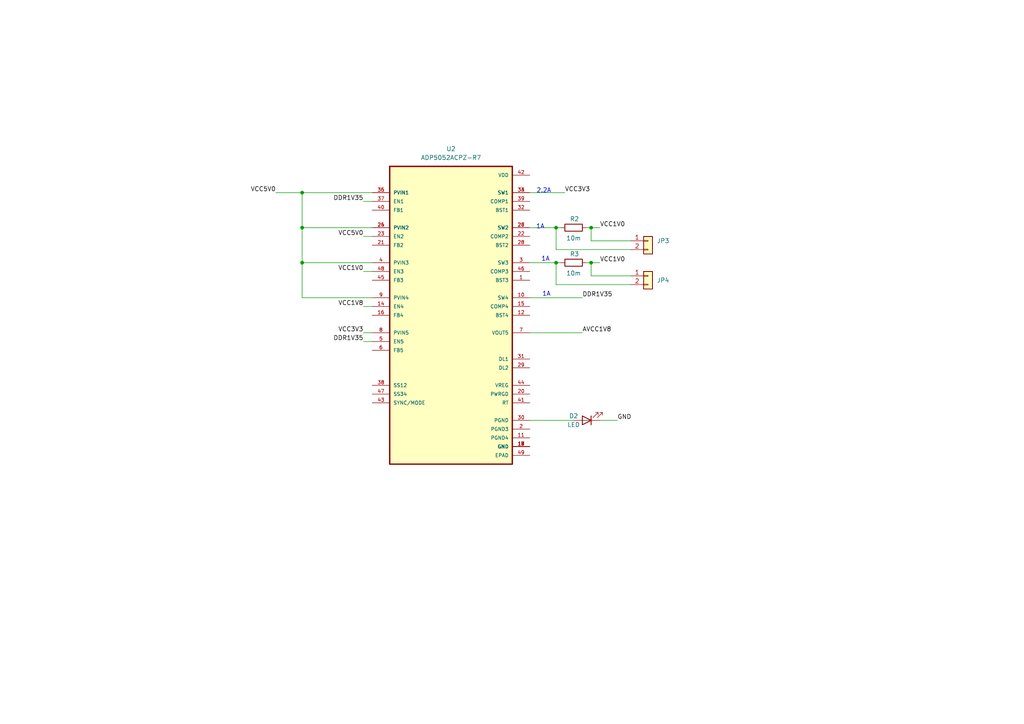
<source format=kicad_sch>
(kicad_sch (version 20231120) (generator "eeschema") (generator_version "8.0")
  (paper "A4")
  (title_block (title "ZYMA_ADC_FPGA") (date "2024-06-28") (rev "V01") (company "SHAKRA INNOVATIONS PVT LIMITED"))
  (lib_symbols
    (symbol "Connector_Generic:Conn_01x02" (pin_names (offset 1.016) hide)
      (property "Reference" "J" (at 0 2.54 0))
      (property "Value" "Conn_01x02" (at 0 -5.08 0))
      (symbol "Conn_01x02_1_1"
        (rectangle (start -1.27 -2.413) (end 0 -2.667) (stroke (width 0.1524)))
        (rectangle (start -1.27 0.127) (end 0 -0.127) (stroke (width 0.1524)))
        (rectangle (start -1.27 1.27) (end 1.27 -3.81) (stroke (width 0.254)) (fill (type background)))
        (pin passive line (at -5.08 0 0) (length 3.81) (name "Pin_1") (number "1"))
        (pin passive line (at -5.08 -2.54 0) (length 3.81) (name "Pin_2") (number "2"))
      )
    )
    (symbol "Device:LED" (pin_numbers hide) (pin_names (offset 1.016) hide)
      (property "Reference" "D" (at 0 2.54 0))
      (property "Value" "LED" (at 0 -2.54 0))
      (symbol "LED_0_1"
        (polyline (pts (xy -1.27 -1.27) (xy -1.27 1.27)) (stroke (width 0.254)))
        (polyline (pts (xy -1.27 0) (xy 1.27 0)))
        (polyline (pts (xy 1.27 -1.27) (xy 1.27 1.27) (xy -1.27 0) (xy 1.27 -1.27)) (stroke (width 0.254)))
        (polyline (pts (xy -3.048 -0.762) (xy -4.572 -2.286) (xy -3.81 -2.286) (xy -4.572 -2.286) (xy -4.572 -1.524)))
        (polyline (pts (xy -1.778 -0.762) (xy -3.302 -2.286) (xy -2.54 -2.286) (xy -3.302 -2.286) (xy -3.302 -1.524)))
      )
      (symbol "LED_1_1"
        (pin passive line (at -3.81 0 0) (length 2.54) (name "K") (number "1"))
        (pin passive line (at 3.81 0 180) (length 2.54) (name "A") (number "2"))
      )
    )
    (symbol "Device:R" (pin_numbers hide) (pin_names (offset 0))
      (property "Reference" "R" (at 2.032 0 90))
      (property "Value" "R" (at 0 0 90))
      (symbol "R_0_1"
        (rectangle (start -1.016 -2.54) (end 1.016 2.54) (stroke (width 0.254)))
      )
      (symbol "R_1_1"
        (pin passive line (at 0 3.81 270) (length 1.27) (name "~") (number "1"))
        (pin passive line (at 0 -3.81 90) (length 1.27) (name "~") (number "2"))
      )
    )
    (symbol "pmic:ADP5052ACPZ-R7" (pin_names (offset 1.016))
      (property "Reference" "U" (at -17.8133 44.2604 0))
      (property "Value" "ADP5052ACPZ-R7" (at -17.8234 -46.2758 0))
      (symbol "ADP5052ACPZ-R7_0_0"
        (rectangle (start -17.78 -43.18) (end 17.78 43.18) (stroke (width 0.41)) (fill (type background)))
        (pin passive line (at 22.86 10.16 180) (length 5.08) (name "BST3") (number "1"))
        (pin output line (at 22.86 5.08 180) (length 5.08) (name "SW4") (number "10"))
        (pin power_in line (at 22.86 -35.56 180) (length 5.08) (name "PGND4") (number "11"))
        (pin passive line (at 22.86 0 180) (length 5.08) (name "BST4") (number "12"))
        (pin power_in line (at 22.86 -38.1 180) (length 5.08) (name "GND") (number "13"))
        (pin input line (at -22.86 2.54 0) (length 5.08) (name "EN4") (number "14"))
        (pin output line (at 22.86 2.54 180) (length 5.08) (name "COMP4") (number "15"))
        (pin input line (at -22.86 0 0) (length 5.08) (name "FB4") (number "16"))
        (pin power_in line (at 22.86 -38.1 180) (length 5.08) (name "GND") (number "17"))
        (pin power_in line (at 22.86 -38.1 180) (length 5.08) (name "GND") (number "18"))
        (pin power_in line (at 22.86 -38.1 180) (length 5.08) (name "GND") (number "19"))
        (pin power_in line (at 22.86 -33.02 180) (length 5.08) (name "PGND3") (number "2"))
        (pin output line (at 22.86 -22.86 180) (length 5.08) (name "PWRGD") (number "20"))
        (pin input line (at -22.86 20.32 0) (length 5.08) (name "FB2") (number "21"))
        (pin output line (at 22.86 22.86 180) (length 5.08) (name "COMP2") (number "22"))
        (pin input line (at -22.86 22.86 0) (length 5.08) (name "EN2") (number "23"))
        (pin input line (at -22.86 25.4 0) (length 5.08) (name "PVIN2") (number "24"))
        (pin input line (at -22.86 25.4 0) (length 5.08) (name "PVIN2") (number "25"))
        (pin output line (at 22.86 25.4 180) (length 5.08) (name "SW2") (number "26"))
        (pin output line (at 22.86 25.4 180) (length 5.08) (name "SW2") (number "27"))
        (pin passive line (at 22.86 20.32 180) (length 5.08) (name "BST2") (number "28"))
        (pin passive line (at 22.86 -15.24 180) (length 5.08) (name "DL2") (number "29"))
        (pin output line (at 22.86 15.24 180) (length 5.08) (name "SW3") (number "3"))
        (pin power_in line (at 22.86 -30.48 180) (length 5.08) (name "PGND") (number "30"))
        (pin passive line (at 22.86 -12.7 180) (length 5.08) (name "DL1") (number "31"))
        (pin passive line (at 22.86 30.48 180) (length 5.08) (name "BST1") (number "32"))
        (pin output line (at 22.86 35.56 180) (length 5.08) (name "SW1") (number "33"))
        (pin output line (at 22.86 35.56 180) (length 5.08) (name "SW1") (number "34"))
        (pin input line (at -22.86 35.56 0) (length 5.08) (name "PVIN1") (number "35"))
        (pin input line (at -22.86 35.56 0) (length 5.08) (name "PVIN1") (number "36"))
        (pin input line (at -22.86 33.02 0) (length 5.08) (name "EN1") (number "37"))
        (pin bidirectional line (at -22.86 -20.32 0) (length 5.08) (name "SS12") (number "38"))
        (pin output line (at 22.86 33.02 180) (length 5.08) (name "COMP1") (number "39"))
        (pin input line (at -22.86 15.24 0) (length 5.08) (name "PVIN3") (number "4"))
        (pin input line (at -22.86 30.48 0) (length 5.08) (name "FB1") (number "40"))
        (pin passive line (at 22.86 -25.4 180) (length 5.08) (name "RT") (number "41"))
        (pin power_in line (at 22.86 40.64 180) (length 5.08) (name "VDD") (number "42"))
        (pin bidirectional line (at -22.86 -25.4 0) (length 5.08) (name "SYNC/MODE") (number "43"))
        (pin output line (at 22.86 -20.32 180) (length 5.08) (name "VREG") (number "44"))
        (pin input line (at -22.86 10.16 0) (length 5.08) (name "FB3") (number "45"))
        (pin output line (at 22.86 12.7 180) (length 5.08) (name "COMP3") (number "46"))
        (pin bidirectional line (at -22.86 -22.86 0) (length 5.08) (name "SS34") (number "47"))
        (pin input line (at -22.86 12.7 0) (length 5.08) (name "EN3") (number "48"))
        (pin power_in line (at 22.86 -40.64 180) (length 5.08) (name "EPAD") (number "49"))
        (pin input line (at -22.86 -7.62 0) (length 5.08) (name "EN5") (number "5"))
        (pin input line (at -22.86 -10.16 0) (length 5.08) (name "FB5") (number "6"))
        (pin output line (at 22.86 -5.08 180) (length 5.08) (name "VOUT5") (number "7"))
        (pin input line (at -22.86 -5.08 0) (length 5.08) (name "PVIN5") (number "8"))
        (pin input line (at -22.86 5.08 0) (length 5.08) (name "PVIN4") (number "9"))
      )
    )
  )
  (junction (at 171.45 66.04))
  (junction (at 161.29 76.2))
  (junction (at 87.63 76.2))
  (junction (at 161.29 66.04))
  (junction (at 171.45 76.2))
  (junction (at 87.63 55.88))
  (junction (at 87.63 66.04))
  (wire (pts (xy 171.45 66.04) (xy 173.99 66.04)))
  (wire (pts (xy 87.63 55.88) (xy 107.95 55.88)))
  (wire (pts (xy 107.95 86.36) (xy 87.63 86.36)))
  (wire (pts (xy 153.67 76.2) (xy 161.29 76.2)))
  (wire (pts (xy 105.41 96.52) (xy 107.95 96.52)))
  (wire (pts (xy 166.37 121.92) (xy 153.67 121.92)))
  (wire (pts (xy 171.45 76.2) (xy 173.99 76.2)))
  (wire (pts (xy 171.45 80.01) (xy 171.45 76.2)))
  (wire (pts (xy 105.41 78.74) (xy 107.95 78.74)))
  (wire (pts (xy 105.41 88.9) (xy 107.95 88.9)))
  (wire (pts (xy 171.45 69.85) (xy 171.45 66.04)))
  (wire (pts (xy 105.41 58.42) (xy 107.95 58.42)))
  (wire (pts (xy 182.88 80.01) (xy 171.45 80.01)))
  (wire (pts (xy 161.29 66.04) (xy 162.56 66.04)))
  (wire (pts (xy 168.91 86.36) (xy 153.67 86.36)))
  (wire (pts (xy 161.29 72.39) (xy 161.29 66.04)))
  (wire (pts (xy 105.41 99.06) (xy 107.95 99.06)))
  (wire (pts (xy 168.91 96.52) (xy 153.67 96.52)))
  (wire (pts (xy 161.29 82.55) (xy 161.29 76.2)))
  (wire (pts (xy 179.07 121.92) (xy 173.99 121.92)))
  (wire (pts (xy 107.95 66.04) (xy 87.63 66.04)))
  (wire (pts (xy 153.67 66.04) (xy 161.29 66.04)))
  (wire (pts (xy 87.63 76.2) (xy 87.63 86.36)))
  (wire (pts (xy 105.41 68.58) (xy 107.95 68.58)))
  (wire (pts (xy 80.01 55.88) (xy 87.63 55.88)))
  (wire (pts (xy 170.18 76.2) (xy 171.45 76.2)))
  (wire (pts (xy 107.95 76.2) (xy 87.63 76.2)))
  (wire (pts (xy 170.18 66.04) (xy 171.45 66.04)))
  (wire (pts (xy 182.88 72.39) (xy 161.29 72.39)))
  (wire (pts (xy 161.29 76.2) (xy 162.56 76.2)))
  (wire (pts (xy 182.88 69.85) (xy 171.45 69.85)))
  (wire (pts (xy 182.88 82.55) (xy 161.29 82.55)))
  (wire (pts (xy 163.83 55.88) (xy 153.67 55.88)))
  (wire (pts (xy 87.63 55.88) (xy 87.63 66.04)))
  (wire (pts (xy 87.63 66.04) (xy 87.63 76.2)))
  (text "1A" (at 158.242 75.184 0) (effects (font (size 1.27 1.27))))
  (text "2.2A" (at 157.734 55.372 0) (effects (font (size 1.27 1.27))))
  (text "1A" (at 156.718 65.786 0) (effects (font (size 1.27 1.27))))
  (text "1A" (at 158.496 85.344 0) (effects (font (size 1.27 1.27))))
  (label "VCC3V3" (at 163.83 55.88 0))
  (label "VCC1V8" (at 105.41 88.9 180))
  (label "VCC3V3" (at 105.41 96.52 180))
  (label "VCC5V0" (at 80.01 55.88 180))
  (label "DDR1V35" (at 168.91 86.36 0))
  (label "GND" (at 179.07 121.92 0))
  (label "VCC1V0" (at 105.41 78.74 180))
  (label "AVCC1V8" (at 168.91 96.52 0))
  (label "VCC5V0" (at 105.41 68.58 180))
  (label "DDR1V35" (at 105.41 99.06 180))
  (label "VCC1V0" (at 173.99 66.04 0))
  (label "DDR1V35" (at 105.41 58.42 180))
  (label "VCC1V0" (at 173.99 76.2 0))
  (symbol (lib_id "Connector_Generic:Conn_01x02") (at 187.96 80.01 0) (unit 1)
    (property "Reference" "JP4" (at 190.5 81.2799 0) (effects (justify left)))
    (property "Value" "Conn_01x02" (effects (hide yes)))
    (property "Description" "Generic connector, single row, 01x02, script generated (kicad-library-utils/schlib/autogen/connector/)" (effects (hide yes)))
  )
  (symbol (lib_id "pmic:ADP5052ACPZ-R7") (at 130.81 91.44 0) (unit 1)
    (property "Reference" "U2" (at 130.81 43.18 0))
    (property "Value" "ADP5052ACPZ-R7" (at 130.81 45.72 0))
    (property "Footprint" "ADP5052ACPZ-R7:QFN50P700X700X80-49N" (effects (hide yes)))
    (property "MF" "Analog Devices" (effects (hide yes)))
    (property "SNAPEDA_PACKAGE_ID" "24510" (effects (hide yes)))
    (property "Package" "None" (effects (hide yes)))
    (property "Price" "None" (effects (hide yes)))
    (property "Check_prices" "https://www.snapeda.com/parts/ADP5052ACPZR7/Analog+Devices/view-part/?ref=eda" (effects (hide yes)))
    (property "STANDARD" "IPC-7351B" (effects (hide yes)))
    (property "PARTREV" "D" (effects (hide yes)))
    (property "SnapEDA_Link" "https://www.snapeda.com/parts/ADP5052ACPZR7/Analog+Devices/view-part/?ref=snap" (effects (hide yes)))
    (property "MP" "ADP5052ACPZR7" (effects (hide yes)))
    (property "Description_1" "\nIC, BUCK REGULATOR, 0.2A, LFCSP-48; Supply Voltage:15V; No. of Step-Down DC - DC Converters:4; No. of LDO Regulators:1; No. of Regulated Outputs:5; Digital IC Case:LFCSP; No. of Pins:48Pins; Operating Temperature Min:-40°C; Operating Temperature Max:125°C; Product Range:ADP5052 Series; Automotive Qualification Standard:-; RoHS Phthalates Compliant:Yes; MSL:-; SVHC:No SVHC (07-Jul-2017); Dropout Voltage Vdo:80mV; Input Voltage Max:15V; Input Voltage Min:1.7V; LDO Regulator Case Style:LFCSP; No. of Outputs:5Outputs; Output Current - Output 1:4A; Output Current - Output 2:1200mA; Output Voltage - Output 1:4.75V; Output Voltage - Output 2:13.5V; Regulator Output Type:Adjustable\n" (effects (hide yes)))
    (property "Availability" "In Stock" (effects (hide yes)))
    (property "MANUFACTURER" "Analog Devices" (effects (hide yes)))
  )
  (symbol (lib_id "Device:R") (at 166.37 76.2 90) (unit 1)
    (property "Reference" "R3" (at 166.624 73.66 90))
    (property "Value" "10m" (at 166.37 79.248 90))
    (property "Description" "Resistor" (effects (hide yes)))
  )
  (symbol (lib_id "Device:LED") (at 170.18 121.92 180) (unit 1)
    (property "Reference" "D2" (at 166.37 120.65 0))
    (property "Value" "LED" (at 166.37 123.19 0))
    (property "Description" "Light emitting diode" (effects (hide yes)))
  )
  (symbol (lib_id "Connector_Generic:Conn_01x02") (at 187.96 69.85 0) (unit 1)
    (property "Reference" "JP3" (at 190.5 69.8499 0) (effects (justify left)))
    (property "Value" "Conn_01x02" (effects (hide yes)))
    (property "Description" "Generic connector, single row, 01x02, script generated (kicad-library-utils/schlib/autogen/connector/)" (effects (hide yes)))
  )
  (symbol (lib_id "Device:R") (at 166.37 66.04 90) (unit 1)
    (property "Reference" "R2" (at 166.624 63.5 90))
    (property "Value" "10m" (at 166.37 69.088 90))
    (property "Description" "Resistor" (effects (hide yes)))
  )
)
</source>
